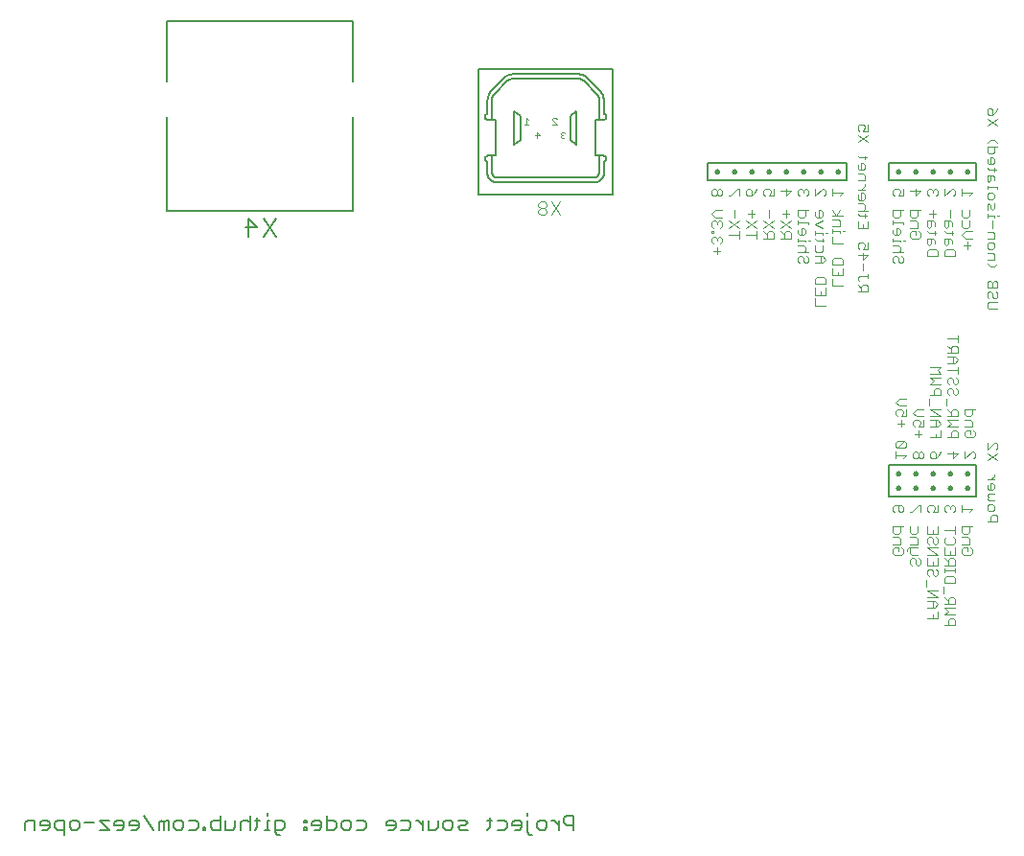
<source format=gbo>
G75*
G70*
%OFA0B0*%
%FSLAX24Y24*%
%IPPOS*%
%LPD*%
%AMOC8*
5,1,8,0,0,1.08239X$1,22.5*
%
%ADD10C,0.0040*%
%ADD11C,0.0100*%
%ADD12C,0.0060*%
%ADD13C,0.0080*%
%ADD14C,0.0020*%
D10*
X061908Y014598D02*
X061908Y014718D01*
X061968Y014778D01*
X062088Y014778D01*
X062088Y014658D01*
X062208Y014778D02*
X062268Y014718D01*
X062268Y014598D01*
X062208Y014538D01*
X061968Y014538D01*
X061908Y014598D01*
X061908Y014906D02*
X062148Y014906D01*
X062148Y015086D01*
X062088Y015146D01*
X061908Y015146D01*
X061968Y015275D02*
X062088Y015275D01*
X062148Y015335D01*
X062148Y015515D01*
X062268Y015515D02*
X061908Y015515D01*
X061908Y015335D01*
X061968Y015275D01*
X062508Y015335D02*
X062508Y015515D01*
X062508Y015335D02*
X062568Y015275D01*
X062688Y015275D01*
X062748Y015335D01*
X062748Y015515D01*
X063108Y015515D02*
X063108Y015275D01*
X063468Y015275D01*
X063468Y015515D01*
X063288Y015395D02*
X063288Y015275D01*
X063228Y015146D02*
X063168Y015146D01*
X063108Y015086D01*
X063108Y014966D01*
X063168Y014906D01*
X063288Y014966D02*
X063288Y015086D01*
X063228Y015146D01*
X063408Y015146D02*
X063468Y015086D01*
X063468Y014966D01*
X063408Y014906D01*
X063348Y014906D01*
X063288Y014966D01*
X063108Y014778D02*
X063468Y014778D01*
X063708Y014778D02*
X063708Y014538D01*
X064068Y014538D01*
X064068Y014778D01*
X064008Y014906D02*
X063768Y014906D01*
X063708Y014966D01*
X063708Y015086D01*
X063768Y015146D01*
X064008Y015146D02*
X064068Y015086D01*
X064068Y014966D01*
X064008Y014906D01*
X063888Y014658D02*
X063888Y014538D01*
X063888Y014410D02*
X063828Y014350D01*
X063828Y014170D01*
X063828Y014290D02*
X063708Y014410D01*
X063888Y014410D02*
X064008Y014410D01*
X064068Y014350D01*
X064068Y014170D01*
X063708Y014170D01*
X063708Y014044D02*
X063708Y013924D01*
X063708Y013984D02*
X064068Y013984D01*
X064068Y013924D02*
X064068Y014044D01*
X064008Y013796D02*
X064068Y013736D01*
X064068Y013556D01*
X063708Y013556D01*
X063708Y013736D01*
X063768Y013796D01*
X064008Y013796D01*
X063648Y013428D02*
X063648Y013187D01*
X063708Y013059D02*
X063828Y012939D01*
X063828Y012999D02*
X063828Y012819D01*
X063708Y012819D02*
X064068Y012819D01*
X064068Y012999D01*
X064008Y013059D01*
X063888Y013059D01*
X063828Y012999D01*
X063708Y012691D02*
X064068Y012691D01*
X064068Y012451D02*
X063708Y012451D01*
X063828Y012571D01*
X063708Y012691D01*
X063468Y012568D02*
X063468Y012328D01*
X063108Y012328D01*
X063288Y012328D02*
X063288Y012448D01*
X063288Y012696D02*
X063288Y012937D01*
X063348Y012937D02*
X063108Y012937D01*
X063108Y013065D02*
X063468Y013065D01*
X063108Y013305D01*
X063468Y013305D01*
X063348Y012937D02*
X063468Y012816D01*
X063348Y012696D01*
X063108Y012696D01*
X063828Y012263D02*
X063828Y012082D01*
X063708Y012082D02*
X064068Y012082D01*
X064068Y012263D01*
X064008Y012323D01*
X063888Y012323D01*
X063828Y012263D01*
X063048Y013433D02*
X063048Y013673D01*
X063168Y013801D02*
X063108Y013861D01*
X063108Y013981D01*
X063168Y014041D01*
X063228Y014041D01*
X063288Y013981D01*
X063288Y013861D01*
X063348Y013801D01*
X063408Y013801D01*
X063468Y013861D01*
X063468Y013981D01*
X063408Y014041D01*
X063468Y014170D02*
X063108Y014170D01*
X063108Y014410D01*
X063108Y014538D02*
X063468Y014538D01*
X063108Y014778D01*
X062748Y014778D02*
X062448Y014778D01*
X062388Y014718D01*
X062388Y014658D01*
X062508Y014598D02*
X062508Y014778D01*
X062508Y014906D02*
X062748Y014906D01*
X062748Y015086D01*
X062688Y015146D01*
X062508Y015146D01*
X062508Y014598D02*
X062568Y014538D01*
X062748Y014538D01*
X062808Y014410D02*
X062868Y014350D01*
X062868Y014230D01*
X062808Y014170D01*
X062748Y014170D01*
X062688Y014230D01*
X062688Y014350D01*
X062628Y014410D01*
X062568Y014410D01*
X062508Y014350D01*
X062508Y014230D01*
X062568Y014170D01*
X063288Y014170D02*
X063288Y014290D01*
X063468Y014410D02*
X063468Y014170D01*
X064308Y014598D02*
X064308Y014718D01*
X064368Y014778D01*
X064488Y014778D01*
X064488Y014658D01*
X064608Y014778D02*
X064668Y014718D01*
X064668Y014598D01*
X064608Y014538D01*
X064368Y014538D01*
X064308Y014598D01*
X064308Y014906D02*
X064548Y014906D01*
X064548Y015086D01*
X064488Y015146D01*
X064308Y015146D01*
X064368Y015275D02*
X064488Y015275D01*
X064548Y015335D01*
X064548Y015515D01*
X064668Y015515D02*
X064308Y015515D01*
X064308Y015335D01*
X064368Y015275D01*
X064068Y015275D02*
X064068Y015515D01*
X064068Y015395D02*
X063708Y015395D01*
X065183Y015679D02*
X065543Y015679D01*
X065543Y015860D01*
X065483Y015920D01*
X065363Y015920D01*
X065303Y015860D01*
X065303Y015679D01*
X065363Y016048D02*
X065243Y016048D01*
X065183Y016108D01*
X065183Y016228D01*
X065243Y016288D01*
X065363Y016288D01*
X065423Y016228D01*
X065423Y016108D01*
X065363Y016048D01*
X065423Y016416D02*
X065243Y016416D01*
X065183Y016476D01*
X065243Y016536D01*
X065183Y016596D01*
X065243Y016656D01*
X065423Y016656D01*
X065363Y016784D02*
X065423Y016844D01*
X065423Y016965D01*
X065363Y017025D01*
X065303Y017025D01*
X065303Y016784D01*
X065243Y016784D02*
X065363Y016784D01*
X065243Y016784D02*
X065183Y016844D01*
X065183Y016965D01*
X065183Y017153D02*
X065423Y017153D01*
X065423Y017273D02*
X065423Y017333D01*
X065423Y017273D02*
X065303Y017153D01*
X065183Y017828D02*
X065543Y018068D01*
X065483Y018196D02*
X065543Y018256D01*
X065543Y018376D01*
X065483Y018436D01*
X065423Y018436D01*
X065183Y018196D01*
X065183Y018436D01*
X065183Y018068D02*
X065543Y017828D01*
X064768Y017939D02*
X064708Y017879D01*
X064768Y017939D02*
X064768Y018060D01*
X064708Y018120D01*
X064648Y018120D01*
X064408Y017879D01*
X064408Y018120D01*
X064168Y018060D02*
X063988Y017879D01*
X063988Y018120D01*
X063808Y018060D02*
X064168Y018060D01*
X064168Y018616D02*
X063808Y018616D01*
X063928Y018616D02*
X063928Y018796D01*
X063988Y018856D01*
X064108Y018856D01*
X064168Y018796D01*
X064168Y018616D01*
X064408Y018676D02*
X064408Y018796D01*
X064468Y018856D01*
X064588Y018856D01*
X064588Y018736D01*
X064708Y018616D02*
X064468Y018616D01*
X064408Y018676D01*
X064708Y018616D02*
X064768Y018676D01*
X064768Y018796D01*
X064708Y018856D01*
X064648Y018984D02*
X064648Y019165D01*
X064588Y019225D01*
X064408Y019225D01*
X064468Y019353D02*
X064588Y019353D01*
X064648Y019413D01*
X064648Y019593D01*
X064768Y019593D02*
X064408Y019593D01*
X064408Y019413D01*
X064468Y019353D01*
X064168Y019353D02*
X064168Y019533D01*
X064108Y019593D01*
X063988Y019593D01*
X063928Y019533D01*
X063928Y019353D01*
X063928Y019473D02*
X063808Y019593D01*
X063748Y019721D02*
X063748Y019961D01*
X063868Y020089D02*
X063808Y020149D01*
X063808Y020269D01*
X063868Y020330D01*
X063928Y020330D01*
X063988Y020269D01*
X063988Y020149D01*
X064048Y020089D01*
X064108Y020089D01*
X064168Y020149D01*
X064168Y020269D01*
X064108Y020330D01*
X064108Y020458D02*
X064048Y020458D01*
X063988Y020518D01*
X063988Y020638D01*
X063928Y020698D01*
X063868Y020698D01*
X063808Y020638D01*
X063808Y020518D01*
X063868Y020458D01*
X064108Y020458D02*
X064168Y020518D01*
X064168Y020638D01*
X064108Y020698D01*
X064168Y020826D02*
X064168Y021066D01*
X064168Y020946D02*
X063808Y020946D01*
X063808Y021194D02*
X064048Y021194D01*
X064168Y021314D01*
X064048Y021434D01*
X063808Y021434D01*
X063808Y021563D02*
X064168Y021563D01*
X064168Y021743D01*
X064108Y021803D01*
X063988Y021803D01*
X063928Y021743D01*
X063928Y021563D01*
X063928Y021683D02*
X063808Y021803D01*
X063808Y022051D02*
X064168Y022051D01*
X064168Y021931D02*
X064168Y022171D01*
X063988Y021434D02*
X063988Y021194D01*
X063568Y021066D02*
X063208Y021066D01*
X063208Y020826D02*
X063568Y020826D01*
X063448Y020946D01*
X063568Y021066D01*
X063568Y020698D02*
X063208Y020698D01*
X063328Y020578D01*
X063208Y020458D01*
X063568Y020458D01*
X063508Y020330D02*
X063388Y020330D01*
X063328Y020269D01*
X063328Y020089D01*
X063208Y020089D02*
X063568Y020089D01*
X063568Y020269D01*
X063508Y020330D01*
X063148Y019961D02*
X063148Y019721D01*
X063208Y019593D02*
X063568Y019593D01*
X063568Y019353D02*
X063208Y019593D01*
X062968Y019593D02*
X062728Y019593D01*
X062608Y019473D01*
X062728Y019353D01*
X062968Y019353D01*
X062968Y019225D02*
X062968Y018984D01*
X062788Y018984D01*
X062848Y019104D01*
X062848Y019165D01*
X062788Y019225D01*
X062668Y019225D01*
X062608Y019165D01*
X062608Y019044D01*
X062668Y018984D01*
X062788Y018856D02*
X062788Y018616D01*
X062908Y018736D02*
X062668Y018736D01*
X062368Y018428D02*
X062308Y018488D01*
X062068Y018248D01*
X062008Y018308D01*
X062008Y018428D01*
X062068Y018488D01*
X062308Y018488D01*
X062368Y018428D02*
X062368Y018308D01*
X062308Y018248D01*
X062068Y018248D01*
X062008Y018120D02*
X062008Y017879D01*
X062008Y018000D02*
X062368Y018000D01*
X062248Y017879D01*
X062608Y017939D02*
X062668Y017879D01*
X062728Y017879D01*
X062788Y017939D01*
X062788Y018060D01*
X062728Y018120D01*
X062668Y018120D01*
X062608Y018060D01*
X062608Y017939D01*
X062788Y017939D02*
X062848Y017879D01*
X062908Y017879D01*
X062968Y017939D01*
X062968Y018060D01*
X062908Y018120D01*
X062848Y018120D01*
X062788Y018060D01*
X063208Y018060D02*
X063268Y018120D01*
X063328Y018120D01*
X063388Y018060D01*
X063388Y017879D01*
X063268Y017879D01*
X063208Y017939D01*
X063208Y018060D01*
X063388Y017879D02*
X063508Y018000D01*
X063568Y018120D01*
X063568Y018616D02*
X063568Y018856D01*
X063448Y018984D02*
X063568Y019104D01*
X063448Y019225D01*
X063208Y019225D01*
X063208Y019353D02*
X063568Y019353D01*
X063388Y019225D02*
X063388Y018984D01*
X063448Y018984D02*
X063208Y018984D01*
X063388Y018736D02*
X063388Y018616D01*
X063208Y018616D02*
X063568Y018616D01*
X063808Y018984D02*
X063928Y019104D01*
X063808Y019225D01*
X064168Y019225D01*
X064168Y019353D02*
X063808Y019353D01*
X063808Y018984D02*
X064168Y018984D01*
X064408Y018984D02*
X064648Y018984D01*
X062368Y019353D02*
X062368Y019593D01*
X062368Y019721D02*
X062128Y019721D01*
X062008Y019841D01*
X062128Y019961D01*
X062368Y019961D01*
X062188Y019593D02*
X062068Y019593D01*
X062008Y019533D01*
X062008Y019413D01*
X062068Y019353D01*
X062188Y019353D02*
X062248Y019473D01*
X062248Y019533D01*
X062188Y019593D01*
X062188Y019353D02*
X062368Y019353D01*
X062188Y019225D02*
X062188Y018984D01*
X062308Y019104D02*
X062068Y019104D01*
X062088Y016251D02*
X062088Y016071D01*
X062148Y016011D01*
X062208Y016011D01*
X062268Y016071D01*
X062268Y016191D01*
X062208Y016251D01*
X061968Y016251D01*
X061908Y016191D01*
X061908Y016071D01*
X061968Y016011D01*
X062508Y016011D02*
X062568Y016011D01*
X062808Y016251D01*
X062868Y016251D01*
X062868Y016011D01*
X063108Y016071D02*
X063168Y016011D01*
X063108Y016071D02*
X063108Y016191D01*
X063168Y016251D01*
X063288Y016251D01*
X063348Y016191D01*
X063348Y016131D01*
X063288Y016011D01*
X063468Y016011D01*
X063468Y016251D01*
X063708Y016191D02*
X063708Y016071D01*
X063768Y016011D01*
X063888Y016131D02*
X063888Y016191D01*
X063828Y016251D01*
X063768Y016251D01*
X063708Y016191D01*
X063888Y016191D02*
X063948Y016251D01*
X064008Y016251D01*
X064068Y016191D01*
X064068Y016071D01*
X064008Y016011D01*
X064308Y016011D02*
X064308Y016251D01*
X064308Y016131D02*
X064668Y016131D01*
X064548Y016011D01*
X065243Y023079D02*
X065183Y023139D01*
X065183Y023260D01*
X065243Y023320D01*
X065543Y023320D01*
X065483Y023448D02*
X065423Y023448D01*
X065363Y023508D01*
X065363Y023628D01*
X065303Y023688D01*
X065243Y023688D01*
X065183Y023628D01*
X065183Y023508D01*
X065243Y023448D01*
X065483Y023448D02*
X065543Y023508D01*
X065543Y023628D01*
X065483Y023688D01*
X065543Y023816D02*
X065183Y023816D01*
X065183Y023996D01*
X065243Y024056D01*
X065303Y024056D01*
X065363Y023996D01*
X065363Y023816D01*
X065543Y023816D02*
X065543Y023996D01*
X065483Y024056D01*
X065423Y024056D01*
X065363Y023996D01*
X065423Y024553D02*
X065543Y024673D01*
X065423Y024553D02*
X065303Y024553D01*
X065183Y024673D01*
X065183Y024798D02*
X065423Y024798D01*
X065423Y024978D01*
X065363Y025038D01*
X065183Y025038D01*
X065243Y025167D02*
X065183Y025227D01*
X065183Y025347D01*
X065243Y025407D01*
X065363Y025407D01*
X065423Y025347D01*
X065423Y025227D01*
X065363Y025167D01*
X065243Y025167D01*
X065183Y025535D02*
X065423Y025535D01*
X065423Y025715D01*
X065363Y025775D01*
X065183Y025775D01*
X065363Y025903D02*
X065363Y026143D01*
X065423Y026272D02*
X065423Y026332D01*
X065183Y026332D01*
X065183Y026272D02*
X065183Y026392D01*
X065183Y026517D02*
X065183Y026697D01*
X065243Y026757D01*
X065303Y026697D01*
X065303Y026577D01*
X065363Y026517D01*
X065423Y026577D01*
X065423Y026757D01*
X065363Y026885D02*
X065243Y026885D01*
X065183Y026945D01*
X065183Y027066D01*
X065243Y027126D01*
X065363Y027126D01*
X065423Y027066D01*
X065423Y026945D01*
X065363Y026885D01*
X065543Y027254D02*
X065543Y027314D01*
X065183Y027314D01*
X065183Y027254D02*
X065183Y027374D01*
X065243Y027499D02*
X065183Y027559D01*
X065183Y027739D01*
X065363Y027739D01*
X065423Y027679D01*
X065423Y027559D01*
X065303Y027559D02*
X065303Y027739D01*
X065423Y027868D02*
X065423Y027988D01*
X065483Y027928D02*
X065243Y027928D01*
X065183Y027988D01*
X065243Y028113D02*
X065183Y028173D01*
X065183Y028293D01*
X065303Y028353D02*
X065303Y028113D01*
X065363Y028113D02*
X065423Y028173D01*
X065423Y028293D01*
X065363Y028353D01*
X065303Y028353D01*
X065363Y028481D02*
X065423Y028541D01*
X065423Y028722D01*
X065543Y028722D02*
X065183Y028722D01*
X065183Y028541D01*
X065243Y028481D01*
X065363Y028481D01*
X065363Y028113D02*
X065243Y028113D01*
X065303Y027559D02*
X065243Y027499D01*
X064668Y027131D02*
X064308Y027131D01*
X064308Y027011D02*
X064308Y027251D01*
X064068Y027191D02*
X064068Y027071D01*
X064008Y027011D01*
X064068Y027191D02*
X064008Y027251D01*
X063948Y027251D01*
X063708Y027011D01*
X063708Y027251D01*
X063468Y027191D02*
X063408Y027251D01*
X063348Y027251D01*
X063288Y027191D01*
X063228Y027251D01*
X063168Y027251D01*
X063108Y027191D01*
X063108Y027071D01*
X063168Y027011D01*
X063288Y027131D02*
X063288Y027191D01*
X063468Y027191D02*
X063468Y027071D01*
X063408Y027011D01*
X063288Y026515D02*
X063288Y026275D01*
X063288Y026146D02*
X063108Y026146D01*
X063108Y025966D01*
X063168Y025906D01*
X063228Y025966D01*
X063228Y026146D01*
X063288Y026146D02*
X063348Y026086D01*
X063348Y025966D01*
X063348Y025781D02*
X063348Y025661D01*
X063408Y025721D02*
X063168Y025721D01*
X063108Y025781D01*
X062868Y025718D02*
X062868Y025598D01*
X062808Y025538D01*
X062568Y025538D01*
X062508Y025598D01*
X062508Y025718D01*
X062568Y025778D01*
X062688Y025778D01*
X062688Y025658D01*
X062808Y025778D02*
X062868Y025718D01*
X062748Y025906D02*
X062748Y026086D01*
X062688Y026146D01*
X062508Y026146D01*
X062568Y026275D02*
X062688Y026275D01*
X062748Y026335D01*
X062748Y026515D01*
X062868Y026515D02*
X062508Y026515D01*
X062508Y026335D01*
X062568Y026275D01*
X062268Y026089D02*
X061908Y026089D01*
X061908Y026029D02*
X061908Y026149D01*
X061968Y026275D02*
X062088Y026275D01*
X062148Y026335D01*
X062148Y026515D01*
X062268Y026515D02*
X061908Y026515D01*
X061908Y026335D01*
X061968Y026275D01*
X062268Y026089D02*
X062268Y026029D01*
X062088Y025901D02*
X062028Y025901D01*
X062028Y025661D01*
X062088Y025661D02*
X062148Y025721D01*
X062148Y025841D01*
X062088Y025901D01*
X061908Y025841D02*
X061908Y025721D01*
X061968Y025661D01*
X062088Y025661D01*
X062148Y025475D02*
X061908Y025475D01*
X061908Y025415D02*
X061908Y025535D01*
X062148Y025475D02*
X062148Y025415D01*
X062268Y025475D02*
X062328Y025475D01*
X062088Y025287D02*
X061908Y025287D01*
X062088Y025287D02*
X062148Y025227D01*
X062148Y025107D01*
X062088Y025047D01*
X062028Y024919D02*
X061968Y024919D01*
X061908Y024859D01*
X061908Y024739D01*
X061968Y024678D01*
X062088Y024739D02*
X062088Y024859D01*
X062028Y024919D01*
X061908Y025047D02*
X062268Y025047D01*
X062208Y024919D02*
X062268Y024859D01*
X062268Y024739D01*
X062208Y024678D01*
X062148Y024678D01*
X062088Y024739D01*
X063108Y024924D02*
X063108Y025104D01*
X063168Y025164D01*
X063408Y025164D01*
X063468Y025104D01*
X063468Y024924D01*
X063108Y024924D01*
X063168Y025292D02*
X063228Y025352D01*
X063228Y025533D01*
X063288Y025533D02*
X063108Y025533D01*
X063108Y025352D01*
X063168Y025292D01*
X063348Y025352D02*
X063348Y025472D01*
X063288Y025533D01*
X063708Y025533D02*
X063708Y025352D01*
X063768Y025292D01*
X063828Y025352D01*
X063828Y025533D01*
X063888Y025533D02*
X063708Y025533D01*
X063888Y025533D02*
X063948Y025472D01*
X063948Y025352D01*
X064008Y025164D02*
X064068Y025104D01*
X064068Y024924D01*
X063708Y024924D01*
X063708Y025104D01*
X063768Y025164D01*
X064008Y025164D01*
X064368Y025290D02*
X064608Y025290D01*
X064488Y025170D02*
X064488Y025410D01*
X064428Y025538D02*
X064308Y025658D01*
X064428Y025778D01*
X064668Y025778D01*
X064488Y025906D02*
X064368Y025906D01*
X064308Y025966D01*
X064308Y026146D01*
X064368Y026275D02*
X064308Y026335D01*
X064308Y026515D01*
X064548Y026515D02*
X064548Y026335D01*
X064488Y026275D01*
X064368Y026275D01*
X064548Y026146D02*
X064548Y025966D01*
X064488Y025906D01*
X064428Y025538D02*
X064668Y025538D01*
X064008Y025721D02*
X063768Y025721D01*
X063708Y025781D01*
X063768Y025906D02*
X063828Y025966D01*
X063828Y026146D01*
X063888Y026146D02*
X063708Y026146D01*
X063708Y025966D01*
X063768Y025906D01*
X063948Y025966D02*
X063948Y026086D01*
X063888Y026146D01*
X063888Y026275D02*
X063888Y026515D01*
X063408Y026395D02*
X063168Y026395D01*
X062748Y025906D02*
X062508Y025906D01*
X063948Y025781D02*
X063948Y025661D01*
X065543Y026332D02*
X065603Y026332D01*
X064668Y027131D02*
X064548Y027011D01*
X062868Y027191D02*
X062688Y027011D01*
X062688Y027251D01*
X062508Y027191D02*
X062868Y027191D01*
X062268Y027251D02*
X062268Y027011D01*
X062088Y027011D01*
X062148Y027131D01*
X062148Y027191D01*
X062088Y027251D01*
X061968Y027251D01*
X061908Y027191D01*
X061908Y027071D01*
X061968Y027011D01*
X060923Y027052D02*
X060863Y027112D01*
X060803Y027112D01*
X060803Y026872D01*
X060863Y026872D02*
X060923Y026932D01*
X060923Y027052D01*
X060923Y027240D02*
X060683Y027240D01*
X060803Y027240D02*
X060923Y027360D01*
X060923Y027420D01*
X060923Y027547D02*
X060923Y027727D01*
X060863Y027787D01*
X060683Y027787D01*
X060743Y027915D02*
X060863Y027915D01*
X060923Y027975D01*
X060923Y028095D01*
X060863Y028155D01*
X060803Y028155D01*
X060803Y027915D01*
X060743Y027915D02*
X060683Y027975D01*
X060683Y028095D01*
X060743Y028343D02*
X060683Y028403D01*
X060743Y028343D02*
X060983Y028343D01*
X060923Y028283D02*
X060923Y028403D01*
X061043Y028897D02*
X060683Y029137D01*
X060743Y029266D02*
X060683Y029326D01*
X060683Y029446D01*
X060743Y029506D01*
X060863Y029506D01*
X060923Y029446D01*
X060923Y029386D01*
X060863Y029266D01*
X061043Y029266D01*
X061043Y029506D01*
X061043Y029137D02*
X060683Y028897D01*
X065183Y028850D02*
X065303Y028970D01*
X065423Y028970D01*
X065543Y028850D01*
X065543Y029464D02*
X065183Y029704D01*
X065243Y029832D02*
X065183Y029892D01*
X065183Y030012D01*
X065243Y030072D01*
X065303Y030072D01*
X065363Y030012D01*
X065363Y029832D01*
X065243Y029832D01*
X065363Y029832D02*
X065483Y029952D01*
X065543Y030072D01*
X065543Y029704D02*
X065183Y029464D01*
X060923Y027547D02*
X060683Y027547D01*
X060683Y027052D02*
X060683Y026932D01*
X060743Y026872D01*
X060863Y026872D01*
X060863Y026743D02*
X060683Y026743D01*
X060863Y026743D02*
X060923Y026683D01*
X060923Y026563D01*
X060863Y026503D01*
X060923Y026378D02*
X060923Y026258D01*
X060983Y026318D02*
X060743Y026318D01*
X060683Y026378D01*
X060683Y026503D02*
X061043Y026503D01*
X061043Y026130D02*
X061043Y025889D01*
X060683Y025889D01*
X060683Y026130D01*
X060863Y026009D02*
X060863Y025889D01*
X060863Y025393D02*
X060743Y025393D01*
X060683Y025333D01*
X060683Y025213D01*
X060743Y025153D01*
X060863Y025153D02*
X060923Y025273D01*
X060923Y025333D01*
X060863Y025393D01*
X061043Y025393D02*
X061043Y025153D01*
X060863Y025153D01*
X060863Y025025D02*
X060863Y024784D01*
X061043Y024965D01*
X060683Y024965D01*
X060863Y024656D02*
X060863Y024416D01*
X061043Y024288D02*
X061043Y024168D01*
X061043Y024228D02*
X060743Y024228D01*
X060683Y024168D01*
X060683Y024108D01*
X060743Y024048D01*
X060683Y023920D02*
X060803Y023800D01*
X060803Y023860D02*
X060803Y023679D01*
X060683Y023679D02*
X061043Y023679D01*
X061043Y023860D01*
X060983Y023920D01*
X060863Y023920D01*
X060803Y023860D01*
X060168Y023880D02*
X059808Y023880D01*
X059808Y024121D01*
X059808Y024249D02*
X059808Y024489D01*
X059808Y024617D02*
X059808Y024797D01*
X059868Y024857D01*
X060108Y024857D01*
X060168Y024797D01*
X060168Y024617D01*
X059808Y024617D01*
X059568Y024799D02*
X059448Y024919D01*
X059208Y024919D01*
X059268Y025047D02*
X059208Y025107D01*
X059208Y025287D01*
X059268Y025475D02*
X059208Y025535D01*
X059268Y025475D02*
X059508Y025475D01*
X059448Y025415D02*
X059448Y025535D01*
X059448Y025661D02*
X059448Y025721D01*
X059208Y025721D01*
X059208Y025661D02*
X059208Y025781D01*
X059208Y026026D02*
X059448Y026146D01*
X059388Y026275D02*
X059448Y026335D01*
X059448Y026455D01*
X059388Y026515D01*
X059328Y026515D01*
X059328Y026275D01*
X059268Y026275D02*
X059388Y026275D01*
X059268Y026275D02*
X059208Y026335D01*
X059208Y026455D01*
X058968Y026515D02*
X058608Y026515D01*
X058608Y026335D01*
X058668Y026275D01*
X058788Y026275D01*
X058848Y026335D01*
X058848Y026515D01*
X058608Y026149D02*
X058608Y026029D01*
X058608Y026089D02*
X058968Y026089D01*
X058968Y026029D01*
X058788Y025901D02*
X058728Y025901D01*
X058728Y025661D01*
X058788Y025661D02*
X058848Y025721D01*
X058848Y025841D01*
X058788Y025901D01*
X058608Y025841D02*
X058608Y025721D01*
X058668Y025661D01*
X058788Y025661D01*
X058848Y025475D02*
X058608Y025475D01*
X058608Y025415D02*
X058608Y025535D01*
X058368Y025538D02*
X058368Y025718D01*
X058308Y025778D01*
X058188Y025778D01*
X058128Y025718D01*
X058128Y025538D01*
X058128Y025658D02*
X058008Y025778D01*
X058008Y025906D02*
X058368Y026146D01*
X058188Y026275D02*
X058188Y026515D01*
X058308Y026395D02*
X058068Y026395D01*
X058008Y026146D02*
X058368Y025906D01*
X058368Y025538D02*
X058008Y025538D01*
X057768Y025538D02*
X057768Y025718D01*
X057708Y025778D01*
X057588Y025778D01*
X057528Y025718D01*
X057528Y025538D01*
X057528Y025658D02*
X057408Y025778D01*
X057408Y025906D02*
X057768Y026146D01*
X057588Y026275D02*
X057588Y026515D01*
X057408Y026146D02*
X057768Y025906D01*
X057768Y025538D02*
X057408Y025538D01*
X057168Y025538D02*
X057168Y025778D01*
X057168Y025658D02*
X056808Y025658D01*
X056568Y025658D02*
X056208Y025658D01*
X056208Y025906D02*
X056568Y026146D01*
X056388Y026275D02*
X056388Y026515D01*
X056208Y026146D02*
X056568Y025906D01*
X056568Y025778D02*
X056568Y025538D01*
X056808Y025906D02*
X057168Y026146D01*
X056988Y026275D02*
X056988Y026515D01*
X057108Y026395D02*
X056868Y026395D01*
X056808Y026146D02*
X057168Y025906D01*
X055968Y025966D02*
X055968Y026086D01*
X055908Y026146D01*
X055848Y026146D01*
X055788Y026086D01*
X055728Y026146D01*
X055668Y026146D01*
X055608Y026086D01*
X055608Y025966D01*
X055668Y025906D01*
X055668Y025782D02*
X055608Y025782D01*
X055608Y025722D01*
X055668Y025722D01*
X055668Y025782D01*
X055668Y025594D02*
X055608Y025534D01*
X055608Y025414D01*
X055668Y025354D01*
X055788Y025474D02*
X055788Y025534D01*
X055728Y025594D01*
X055668Y025594D01*
X055788Y025534D02*
X055848Y025594D01*
X055908Y025594D01*
X055968Y025534D01*
X055968Y025414D01*
X055908Y025354D01*
X055788Y025226D02*
X055788Y024985D01*
X055908Y025106D02*
X055668Y025106D01*
X055908Y025906D02*
X055968Y025966D01*
X055788Y026026D02*
X055788Y026086D01*
X055728Y026275D02*
X055608Y026395D01*
X055728Y026515D01*
X055968Y026515D01*
X055968Y026275D02*
X055728Y026275D01*
X055728Y027011D02*
X055788Y027071D01*
X055788Y027191D01*
X055728Y027251D01*
X055668Y027251D01*
X055608Y027191D01*
X055608Y027071D01*
X055668Y027011D01*
X055728Y027011D01*
X055788Y027071D02*
X055848Y027011D01*
X055908Y027011D01*
X055968Y027071D01*
X055968Y027191D01*
X055908Y027251D01*
X055848Y027251D01*
X055788Y027191D01*
X056208Y027011D02*
X056268Y027011D01*
X056508Y027251D01*
X056568Y027251D01*
X056568Y027011D01*
X056808Y027071D02*
X056808Y027191D01*
X056868Y027251D01*
X056928Y027251D01*
X056988Y027191D01*
X056988Y027011D01*
X056868Y027011D01*
X056808Y027071D01*
X056988Y027011D02*
X057108Y027131D01*
X057168Y027251D01*
X057408Y027191D02*
X057408Y027071D01*
X057468Y027011D01*
X057588Y027011D02*
X057648Y027131D01*
X057648Y027191D01*
X057588Y027251D01*
X057468Y027251D01*
X057408Y027191D01*
X057588Y027011D02*
X057768Y027011D01*
X057768Y027251D01*
X058008Y027191D02*
X058368Y027191D01*
X058188Y027011D01*
X058188Y027251D01*
X058608Y027191D02*
X058608Y027071D01*
X058668Y027011D01*
X058788Y027131D02*
X058788Y027191D01*
X058728Y027251D01*
X058668Y027251D01*
X058608Y027191D01*
X058788Y027191D02*
X058848Y027251D01*
X058908Y027251D01*
X058968Y027191D01*
X058968Y027071D01*
X058908Y027011D01*
X059208Y027011D02*
X059448Y027251D01*
X059508Y027251D01*
X059568Y027191D01*
X059568Y027071D01*
X059508Y027011D01*
X059808Y027011D02*
X059808Y027251D01*
X059808Y027131D02*
X060168Y027131D01*
X060048Y027011D01*
X060048Y026516D02*
X059928Y026336D01*
X059808Y026516D01*
X059808Y026336D02*
X060168Y026336D01*
X059988Y026208D02*
X059808Y026208D01*
X059988Y026208D02*
X060048Y026148D01*
X060048Y025968D01*
X059808Y025968D01*
X059808Y025842D02*
X059808Y025722D01*
X059808Y025782D02*
X060048Y025782D01*
X060048Y025722D01*
X060168Y025782D02*
X060228Y025782D01*
X060168Y025354D02*
X059808Y025354D01*
X059808Y025594D01*
X059628Y025721D02*
X059568Y025721D01*
X059448Y025906D02*
X059208Y026026D01*
X059028Y025475D02*
X058968Y025475D01*
X058848Y025475D02*
X058848Y025415D01*
X058788Y025287D02*
X058608Y025287D01*
X058788Y025287D02*
X058848Y025227D01*
X058848Y025107D01*
X058788Y025047D01*
X058728Y024919D02*
X058668Y024919D01*
X058608Y024859D01*
X058608Y024739D01*
X058668Y024678D01*
X058788Y024739D02*
X058788Y024859D01*
X058728Y024919D01*
X058608Y025047D02*
X058968Y025047D01*
X058908Y024919D02*
X058968Y024859D01*
X058968Y024739D01*
X058908Y024678D01*
X058848Y024678D01*
X058788Y024739D01*
X059208Y024678D02*
X059448Y024678D01*
X059568Y024799D01*
X059388Y024678D02*
X059388Y024919D01*
X059388Y025047D02*
X059268Y025047D01*
X059388Y025047D02*
X059448Y025107D01*
X059448Y025287D01*
X059988Y024369D02*
X059988Y024249D01*
X060168Y024249D02*
X059808Y024249D01*
X059568Y024122D02*
X059508Y024182D01*
X059268Y024182D01*
X059208Y024122D01*
X059208Y023942D01*
X059568Y023942D01*
X059568Y024122D01*
X059568Y023814D02*
X059568Y023574D01*
X059208Y023574D01*
X059208Y023814D01*
X059388Y023694D02*
X059388Y023574D01*
X059208Y023445D02*
X059208Y023205D01*
X059568Y023205D01*
X060168Y024249D02*
X060168Y024489D01*
X065243Y023079D02*
X065543Y023079D01*
X059208Y027011D02*
X059208Y027251D01*
X050336Y026811D02*
X050029Y026351D01*
X049875Y026427D02*
X049875Y026504D01*
X049799Y026581D01*
X049645Y026581D01*
X049568Y026504D01*
X049568Y026427D01*
X049645Y026351D01*
X049799Y026351D01*
X049875Y026427D01*
X049799Y026581D02*
X049875Y026657D01*
X049875Y026734D01*
X049799Y026811D01*
X049645Y026811D01*
X049568Y026734D01*
X049568Y026657D01*
X049645Y026581D01*
X050029Y026811D02*
X050336Y026351D01*
D11*
X055738Y027859D02*
X055740Y027872D01*
X055745Y027885D01*
X055754Y027896D01*
X055765Y027903D01*
X055778Y027908D01*
X055791Y027909D01*
X055805Y027906D01*
X055817Y027900D01*
X055827Y027891D01*
X055834Y027879D01*
X055838Y027866D01*
X055838Y027852D01*
X055834Y027839D01*
X055827Y027827D01*
X055817Y027818D01*
X055805Y027812D01*
X055791Y027809D01*
X055778Y027810D01*
X055765Y027815D01*
X055754Y027822D01*
X055745Y027833D01*
X055740Y027846D01*
X055738Y027859D01*
X056338Y027859D02*
X056340Y027872D01*
X056345Y027885D01*
X056354Y027896D01*
X056365Y027903D01*
X056378Y027908D01*
X056391Y027909D01*
X056405Y027906D01*
X056417Y027900D01*
X056427Y027891D01*
X056434Y027879D01*
X056438Y027866D01*
X056438Y027852D01*
X056434Y027839D01*
X056427Y027827D01*
X056417Y027818D01*
X056405Y027812D01*
X056391Y027809D01*
X056378Y027810D01*
X056365Y027815D01*
X056354Y027822D01*
X056345Y027833D01*
X056340Y027846D01*
X056338Y027859D01*
X056938Y027859D02*
X056940Y027872D01*
X056945Y027885D01*
X056954Y027896D01*
X056965Y027903D01*
X056978Y027908D01*
X056991Y027909D01*
X057005Y027906D01*
X057017Y027900D01*
X057027Y027891D01*
X057034Y027879D01*
X057038Y027866D01*
X057038Y027852D01*
X057034Y027839D01*
X057027Y027827D01*
X057017Y027818D01*
X057005Y027812D01*
X056991Y027809D01*
X056978Y027810D01*
X056965Y027815D01*
X056954Y027822D01*
X056945Y027833D01*
X056940Y027846D01*
X056938Y027859D01*
X057538Y027859D02*
X057540Y027872D01*
X057545Y027885D01*
X057554Y027896D01*
X057565Y027903D01*
X057578Y027908D01*
X057591Y027909D01*
X057605Y027906D01*
X057617Y027900D01*
X057627Y027891D01*
X057634Y027879D01*
X057638Y027866D01*
X057638Y027852D01*
X057634Y027839D01*
X057627Y027827D01*
X057617Y027818D01*
X057605Y027812D01*
X057591Y027809D01*
X057578Y027810D01*
X057565Y027815D01*
X057554Y027822D01*
X057545Y027833D01*
X057540Y027846D01*
X057538Y027859D01*
X058138Y027859D02*
X058140Y027872D01*
X058145Y027885D01*
X058154Y027896D01*
X058165Y027903D01*
X058178Y027908D01*
X058191Y027909D01*
X058205Y027906D01*
X058217Y027900D01*
X058227Y027891D01*
X058234Y027879D01*
X058238Y027866D01*
X058238Y027852D01*
X058234Y027839D01*
X058227Y027827D01*
X058217Y027818D01*
X058205Y027812D01*
X058191Y027809D01*
X058178Y027810D01*
X058165Y027815D01*
X058154Y027822D01*
X058145Y027833D01*
X058140Y027846D01*
X058138Y027859D01*
X058738Y027859D02*
X058740Y027872D01*
X058745Y027885D01*
X058754Y027896D01*
X058765Y027903D01*
X058778Y027908D01*
X058791Y027909D01*
X058805Y027906D01*
X058817Y027900D01*
X058827Y027891D01*
X058834Y027879D01*
X058838Y027866D01*
X058838Y027852D01*
X058834Y027839D01*
X058827Y027827D01*
X058817Y027818D01*
X058805Y027812D01*
X058791Y027809D01*
X058778Y027810D01*
X058765Y027815D01*
X058754Y027822D01*
X058745Y027833D01*
X058740Y027846D01*
X058738Y027859D01*
X059338Y027859D02*
X059340Y027872D01*
X059345Y027885D01*
X059354Y027896D01*
X059365Y027903D01*
X059378Y027908D01*
X059391Y027909D01*
X059405Y027906D01*
X059417Y027900D01*
X059427Y027891D01*
X059434Y027879D01*
X059438Y027866D01*
X059438Y027852D01*
X059434Y027839D01*
X059427Y027827D01*
X059417Y027818D01*
X059405Y027812D01*
X059391Y027809D01*
X059378Y027810D01*
X059365Y027815D01*
X059354Y027822D01*
X059345Y027833D01*
X059340Y027846D01*
X059338Y027859D01*
X059938Y027859D02*
X059940Y027872D01*
X059945Y027885D01*
X059954Y027896D01*
X059965Y027903D01*
X059978Y027908D01*
X059991Y027909D01*
X060005Y027906D01*
X060017Y027900D01*
X060027Y027891D01*
X060034Y027879D01*
X060038Y027866D01*
X060038Y027852D01*
X060034Y027839D01*
X060027Y027827D01*
X060017Y027818D01*
X060005Y027812D01*
X059991Y027809D01*
X059978Y027810D01*
X059965Y027815D01*
X059954Y027822D01*
X059945Y027833D01*
X059940Y027846D01*
X059938Y027859D01*
X062038Y027859D02*
X062040Y027872D01*
X062045Y027885D01*
X062054Y027896D01*
X062065Y027903D01*
X062078Y027908D01*
X062091Y027909D01*
X062105Y027906D01*
X062117Y027900D01*
X062127Y027891D01*
X062134Y027879D01*
X062138Y027866D01*
X062138Y027852D01*
X062134Y027839D01*
X062127Y027827D01*
X062117Y027818D01*
X062105Y027812D01*
X062091Y027809D01*
X062078Y027810D01*
X062065Y027815D01*
X062054Y027822D01*
X062045Y027833D01*
X062040Y027846D01*
X062038Y027859D01*
X062638Y027859D02*
X062640Y027872D01*
X062645Y027885D01*
X062654Y027896D01*
X062665Y027903D01*
X062678Y027908D01*
X062691Y027909D01*
X062705Y027906D01*
X062717Y027900D01*
X062727Y027891D01*
X062734Y027879D01*
X062738Y027866D01*
X062738Y027852D01*
X062734Y027839D01*
X062727Y027827D01*
X062717Y027818D01*
X062705Y027812D01*
X062691Y027809D01*
X062678Y027810D01*
X062665Y027815D01*
X062654Y027822D01*
X062645Y027833D01*
X062640Y027846D01*
X062638Y027859D01*
X063238Y027859D02*
X063240Y027872D01*
X063245Y027885D01*
X063254Y027896D01*
X063265Y027903D01*
X063278Y027908D01*
X063291Y027909D01*
X063305Y027906D01*
X063317Y027900D01*
X063327Y027891D01*
X063334Y027879D01*
X063338Y027866D01*
X063338Y027852D01*
X063334Y027839D01*
X063327Y027827D01*
X063317Y027818D01*
X063305Y027812D01*
X063291Y027809D01*
X063278Y027810D01*
X063265Y027815D01*
X063254Y027822D01*
X063245Y027833D01*
X063240Y027846D01*
X063238Y027859D01*
X063838Y027859D02*
X063840Y027872D01*
X063845Y027885D01*
X063854Y027896D01*
X063865Y027903D01*
X063878Y027908D01*
X063891Y027909D01*
X063905Y027906D01*
X063917Y027900D01*
X063927Y027891D01*
X063934Y027879D01*
X063938Y027866D01*
X063938Y027852D01*
X063934Y027839D01*
X063927Y027827D01*
X063917Y027818D01*
X063905Y027812D01*
X063891Y027809D01*
X063878Y027810D01*
X063865Y027815D01*
X063854Y027822D01*
X063845Y027833D01*
X063840Y027846D01*
X063838Y027859D01*
X064438Y027859D02*
X064440Y027872D01*
X064445Y027885D01*
X064454Y027896D01*
X064465Y027903D01*
X064478Y027908D01*
X064491Y027909D01*
X064505Y027906D01*
X064517Y027900D01*
X064527Y027891D01*
X064534Y027879D01*
X064538Y027866D01*
X064538Y027852D01*
X064534Y027839D01*
X064527Y027827D01*
X064517Y027818D01*
X064505Y027812D01*
X064491Y027809D01*
X064478Y027810D01*
X064465Y027815D01*
X064454Y027822D01*
X064445Y027833D01*
X064440Y027846D01*
X064438Y027859D01*
X064438Y017359D02*
X064440Y017372D01*
X064445Y017385D01*
X064454Y017396D01*
X064465Y017403D01*
X064478Y017408D01*
X064491Y017409D01*
X064505Y017406D01*
X064517Y017400D01*
X064527Y017391D01*
X064534Y017379D01*
X064538Y017366D01*
X064538Y017352D01*
X064534Y017339D01*
X064527Y017327D01*
X064517Y017318D01*
X064505Y017312D01*
X064491Y017309D01*
X064478Y017310D01*
X064465Y017315D01*
X064454Y017322D01*
X064445Y017333D01*
X064440Y017346D01*
X064438Y017359D01*
X064438Y016859D02*
X064440Y016872D01*
X064445Y016885D01*
X064454Y016896D01*
X064465Y016903D01*
X064478Y016908D01*
X064491Y016909D01*
X064505Y016906D01*
X064517Y016900D01*
X064527Y016891D01*
X064534Y016879D01*
X064538Y016866D01*
X064538Y016852D01*
X064534Y016839D01*
X064527Y016827D01*
X064517Y016818D01*
X064505Y016812D01*
X064491Y016809D01*
X064478Y016810D01*
X064465Y016815D01*
X064454Y016822D01*
X064445Y016833D01*
X064440Y016846D01*
X064438Y016859D01*
X063838Y016859D02*
X063840Y016872D01*
X063845Y016885D01*
X063854Y016896D01*
X063865Y016903D01*
X063878Y016908D01*
X063891Y016909D01*
X063905Y016906D01*
X063917Y016900D01*
X063927Y016891D01*
X063934Y016879D01*
X063938Y016866D01*
X063938Y016852D01*
X063934Y016839D01*
X063927Y016827D01*
X063917Y016818D01*
X063905Y016812D01*
X063891Y016809D01*
X063878Y016810D01*
X063865Y016815D01*
X063854Y016822D01*
X063845Y016833D01*
X063840Y016846D01*
X063838Y016859D01*
X063838Y017359D02*
X063840Y017372D01*
X063845Y017385D01*
X063854Y017396D01*
X063865Y017403D01*
X063878Y017408D01*
X063891Y017409D01*
X063905Y017406D01*
X063917Y017400D01*
X063927Y017391D01*
X063934Y017379D01*
X063938Y017366D01*
X063938Y017352D01*
X063934Y017339D01*
X063927Y017327D01*
X063917Y017318D01*
X063905Y017312D01*
X063891Y017309D01*
X063878Y017310D01*
X063865Y017315D01*
X063854Y017322D01*
X063845Y017333D01*
X063840Y017346D01*
X063838Y017359D01*
X063238Y017359D02*
X063240Y017372D01*
X063245Y017385D01*
X063254Y017396D01*
X063265Y017403D01*
X063278Y017408D01*
X063291Y017409D01*
X063305Y017406D01*
X063317Y017400D01*
X063327Y017391D01*
X063334Y017379D01*
X063338Y017366D01*
X063338Y017352D01*
X063334Y017339D01*
X063327Y017327D01*
X063317Y017318D01*
X063305Y017312D01*
X063291Y017309D01*
X063278Y017310D01*
X063265Y017315D01*
X063254Y017322D01*
X063245Y017333D01*
X063240Y017346D01*
X063238Y017359D01*
X063238Y016859D02*
X063240Y016872D01*
X063245Y016885D01*
X063254Y016896D01*
X063265Y016903D01*
X063278Y016908D01*
X063291Y016909D01*
X063305Y016906D01*
X063317Y016900D01*
X063327Y016891D01*
X063334Y016879D01*
X063338Y016866D01*
X063338Y016852D01*
X063334Y016839D01*
X063327Y016827D01*
X063317Y016818D01*
X063305Y016812D01*
X063291Y016809D01*
X063278Y016810D01*
X063265Y016815D01*
X063254Y016822D01*
X063245Y016833D01*
X063240Y016846D01*
X063238Y016859D01*
X062638Y016859D02*
X062640Y016872D01*
X062645Y016885D01*
X062654Y016896D01*
X062665Y016903D01*
X062678Y016908D01*
X062691Y016909D01*
X062705Y016906D01*
X062717Y016900D01*
X062727Y016891D01*
X062734Y016879D01*
X062738Y016866D01*
X062738Y016852D01*
X062734Y016839D01*
X062727Y016827D01*
X062717Y016818D01*
X062705Y016812D01*
X062691Y016809D01*
X062678Y016810D01*
X062665Y016815D01*
X062654Y016822D01*
X062645Y016833D01*
X062640Y016846D01*
X062638Y016859D01*
X062638Y017359D02*
X062640Y017372D01*
X062645Y017385D01*
X062654Y017396D01*
X062665Y017403D01*
X062678Y017408D01*
X062691Y017409D01*
X062705Y017406D01*
X062717Y017400D01*
X062727Y017391D01*
X062734Y017379D01*
X062738Y017366D01*
X062738Y017352D01*
X062734Y017339D01*
X062727Y017327D01*
X062717Y017318D01*
X062705Y017312D01*
X062691Y017309D01*
X062678Y017310D01*
X062665Y017315D01*
X062654Y017322D01*
X062645Y017333D01*
X062640Y017346D01*
X062638Y017359D01*
X062038Y017359D02*
X062040Y017372D01*
X062045Y017385D01*
X062054Y017396D01*
X062065Y017403D01*
X062078Y017408D01*
X062091Y017409D01*
X062105Y017406D01*
X062117Y017400D01*
X062127Y017391D01*
X062134Y017379D01*
X062138Y017366D01*
X062138Y017352D01*
X062134Y017339D01*
X062127Y017327D01*
X062117Y017318D01*
X062105Y017312D01*
X062091Y017309D01*
X062078Y017310D01*
X062065Y017315D01*
X062054Y017322D01*
X062045Y017333D01*
X062040Y017346D01*
X062038Y017359D01*
X062038Y016859D02*
X062040Y016872D01*
X062045Y016885D01*
X062054Y016896D01*
X062065Y016903D01*
X062078Y016908D01*
X062091Y016909D01*
X062105Y016906D01*
X062117Y016900D01*
X062127Y016891D01*
X062134Y016879D01*
X062138Y016866D01*
X062138Y016852D01*
X062134Y016839D01*
X062127Y016827D01*
X062117Y016818D01*
X062105Y016812D01*
X062091Y016809D01*
X062078Y016810D01*
X062065Y016815D01*
X062054Y016822D01*
X062045Y016833D01*
X062040Y016846D01*
X062038Y016859D01*
D12*
X031739Y005215D02*
X031739Y004964D01*
X031739Y005215D02*
X031823Y005298D01*
X032073Y005298D01*
X032073Y004964D01*
X032255Y005131D02*
X032589Y005131D01*
X032589Y005048D02*
X032589Y005215D01*
X032505Y005298D01*
X032338Y005298D01*
X032255Y005215D01*
X032255Y005131D01*
X032338Y004964D02*
X032505Y004964D01*
X032589Y005048D01*
X032771Y005048D02*
X032854Y004964D01*
X033104Y004964D01*
X033104Y004798D02*
X033104Y005298D01*
X032854Y005298D01*
X032771Y005215D01*
X032771Y005048D01*
X033286Y005048D02*
X033286Y005215D01*
X033370Y005298D01*
X033536Y005298D01*
X033620Y005215D01*
X033620Y005048D01*
X033536Y004964D01*
X033370Y004964D01*
X033286Y005048D01*
X033802Y005215D02*
X034135Y005215D01*
X034317Y005298D02*
X034651Y004964D01*
X034317Y004964D01*
X034317Y005298D02*
X034651Y005298D01*
X034833Y005215D02*
X034833Y005131D01*
X035167Y005131D01*
X035167Y005048D02*
X035167Y005215D01*
X035083Y005298D01*
X034917Y005298D01*
X034833Y005215D01*
X034917Y004964D02*
X035083Y004964D01*
X035167Y005048D01*
X035349Y005131D02*
X035682Y005131D01*
X035682Y005048D02*
X035682Y005215D01*
X035599Y005298D01*
X035432Y005298D01*
X035349Y005215D01*
X035349Y005131D01*
X035432Y004964D02*
X035599Y004964D01*
X035682Y005048D01*
X035864Y005465D02*
X036198Y004964D01*
X036380Y004964D02*
X036380Y005215D01*
X036463Y005298D01*
X036547Y005215D01*
X036547Y004964D01*
X036714Y004964D02*
X036714Y005298D01*
X036630Y005298D01*
X036547Y005215D01*
X036896Y005215D02*
X036896Y005048D01*
X036979Y004964D01*
X037146Y004964D01*
X037229Y005048D01*
X037229Y005215D01*
X037146Y005298D01*
X036979Y005298D01*
X036896Y005215D01*
X037411Y005298D02*
X037662Y005298D01*
X037745Y005215D01*
X037745Y005048D01*
X037662Y004964D01*
X037411Y004964D01*
X037919Y004964D02*
X038003Y004964D01*
X038003Y005048D01*
X037919Y005048D01*
X037919Y004964D01*
X038185Y005048D02*
X038185Y005215D01*
X038268Y005298D01*
X038518Y005298D01*
X038518Y005465D02*
X038518Y004964D01*
X038268Y004964D01*
X038185Y005048D01*
X038700Y004964D02*
X038700Y005298D01*
X038700Y004964D02*
X038951Y004964D01*
X039034Y005048D01*
X039034Y005298D01*
X039216Y005215D02*
X039216Y004964D01*
X039216Y005215D02*
X039299Y005298D01*
X039466Y005298D01*
X039550Y005215D01*
X039727Y005298D02*
X039893Y005298D01*
X039810Y005381D02*
X039810Y005048D01*
X039727Y004964D01*
X039550Y004964D02*
X039550Y005465D01*
X040154Y005465D02*
X040154Y005548D01*
X040154Y005298D02*
X040154Y004964D01*
X040237Y004964D02*
X040070Y004964D01*
X040154Y005298D02*
X040237Y005298D01*
X040419Y005298D02*
X040669Y005298D01*
X040753Y005215D01*
X040753Y005048D01*
X040669Y004964D01*
X040419Y004964D01*
X040419Y004881D02*
X040419Y005298D01*
X040419Y004881D02*
X040503Y004798D01*
X040586Y004798D01*
X041443Y004964D02*
X041526Y004964D01*
X041526Y005048D01*
X041443Y005048D01*
X041443Y004964D01*
X041443Y005215D02*
X041526Y005215D01*
X041526Y005298D01*
X041443Y005298D01*
X041443Y005215D01*
X041708Y005215D02*
X041708Y005131D01*
X042042Y005131D01*
X042042Y005048D02*
X042042Y005215D01*
X041959Y005298D01*
X041792Y005298D01*
X041708Y005215D01*
X041792Y004964D02*
X041959Y004964D01*
X042042Y005048D01*
X042224Y004964D02*
X042474Y004964D01*
X042558Y005048D01*
X042558Y005215D01*
X042474Y005298D01*
X042224Y005298D01*
X042224Y005465D02*
X042224Y004964D01*
X042740Y005048D02*
X042740Y005215D01*
X042823Y005298D01*
X042990Y005298D01*
X043073Y005215D01*
X043073Y005048D01*
X042990Y004964D01*
X042823Y004964D01*
X042740Y005048D01*
X043255Y004964D02*
X043505Y004964D01*
X043589Y005048D01*
X043589Y005215D01*
X043505Y005298D01*
X043255Y005298D01*
X044286Y005215D02*
X044286Y005131D01*
X044620Y005131D01*
X044620Y005048D02*
X044620Y005215D01*
X044537Y005298D01*
X044370Y005298D01*
X044286Y005215D01*
X044370Y004964D02*
X044537Y004964D01*
X044620Y005048D01*
X044802Y004964D02*
X045052Y004964D01*
X045136Y005048D01*
X045136Y005215D01*
X045052Y005298D01*
X044802Y005298D01*
X045315Y005298D02*
X045399Y005298D01*
X045565Y005131D01*
X045565Y004964D02*
X045565Y005298D01*
X045747Y005298D02*
X045747Y004964D01*
X045998Y004964D01*
X046081Y005048D01*
X046081Y005298D01*
X046263Y005215D02*
X046347Y005298D01*
X046513Y005298D01*
X046597Y005215D01*
X046597Y005048D01*
X046513Y004964D01*
X046347Y004964D01*
X046263Y005048D01*
X046263Y005215D01*
X046779Y005298D02*
X047029Y005298D01*
X047112Y005215D01*
X047029Y005131D01*
X046862Y005131D01*
X046779Y005048D01*
X046862Y004964D01*
X047112Y004964D01*
X047805Y004964D02*
X047888Y005048D01*
X047888Y005381D01*
X047805Y005298D02*
X047972Y005298D01*
X048154Y005298D02*
X048404Y005298D01*
X048487Y005215D01*
X048487Y005048D01*
X048404Y004964D01*
X048154Y004964D01*
X048669Y005131D02*
X049003Y005131D01*
X049003Y005048D02*
X049003Y005215D01*
X048920Y005298D01*
X048753Y005298D01*
X048669Y005215D01*
X048669Y005131D01*
X048753Y004964D02*
X048920Y004964D01*
X049003Y005048D01*
X049180Y004881D02*
X049180Y005298D01*
X049180Y005465D02*
X049180Y005548D01*
X049529Y005215D02*
X049612Y005298D01*
X049779Y005298D01*
X049862Y005215D01*
X049862Y005048D01*
X049779Y004964D01*
X049612Y004964D01*
X049529Y005048D01*
X049529Y005215D01*
X049347Y004798D02*
X049263Y004798D01*
X049180Y004881D01*
X050042Y005298D02*
X050125Y005298D01*
X050292Y005131D01*
X050292Y004964D02*
X050292Y005298D01*
X050474Y005215D02*
X050558Y005131D01*
X050808Y005131D01*
X050808Y004964D02*
X050808Y005465D01*
X050558Y005465D01*
X050474Y005381D01*
X050474Y005215D01*
X061763Y016559D02*
X064788Y016559D01*
X064788Y017659D01*
X061763Y017659D01*
X061763Y016559D01*
X040452Y025588D02*
X040025Y026229D01*
X039807Y025909D02*
X039487Y026229D01*
X039487Y025588D01*
X039380Y025909D02*
X039807Y025909D01*
X040025Y025588D02*
X040452Y026229D01*
X055463Y027559D02*
X060288Y027559D01*
X060288Y028159D01*
X055463Y028159D01*
X055463Y027559D01*
X061763Y027559D02*
X064788Y027559D01*
X064788Y028159D01*
X061763Y028159D01*
X061763Y027559D01*
D13*
X052161Y027059D02*
X047496Y027059D01*
X047496Y031429D01*
X052161Y031429D01*
X052161Y027059D01*
X051554Y027499D02*
X048103Y027499D01*
X048143Y027658D02*
X051514Y027658D01*
X051554Y027499D02*
X051587Y027501D01*
X051620Y027506D01*
X051652Y027516D01*
X051683Y027529D01*
X051713Y027545D01*
X051740Y027564D01*
X051765Y027586D01*
X051787Y027611D01*
X051806Y027638D01*
X051822Y027668D01*
X051835Y027699D01*
X051845Y027731D01*
X051850Y027764D01*
X051852Y027797D01*
X051852Y028213D01*
X051871Y028219D01*
X051888Y028228D01*
X051903Y028240D01*
X051915Y028256D01*
X051924Y028273D01*
X051930Y028292D01*
X051932Y028311D01*
X051930Y028331D01*
X051924Y028349D01*
X051915Y028367D01*
X051903Y028382D01*
X051888Y028394D01*
X051870Y028403D01*
X051851Y028409D01*
X051832Y028411D01*
X051832Y028412D02*
X051574Y028412D01*
X051574Y029661D01*
X051693Y029661D01*
X051693Y030355D01*
X051852Y030296D02*
X051852Y029879D01*
X051870Y029874D01*
X051888Y029866D01*
X051903Y029855D01*
X051917Y029841D01*
X051928Y029826D01*
X051936Y029808D01*
X051940Y029790D01*
X051942Y029771D01*
X051940Y029752D01*
X051935Y029733D01*
X051927Y029716D01*
X051916Y029700D01*
X051903Y029687D01*
X051887Y029676D01*
X051870Y029668D01*
X051851Y029663D01*
X051832Y029661D01*
X051713Y029661D01*
X051693Y030355D02*
X051691Y030386D01*
X051686Y030416D01*
X051678Y030446D01*
X051667Y030475D01*
X051653Y030502D01*
X051636Y030528D01*
X051616Y030552D01*
X051594Y030573D01*
X051594Y030574D02*
X051157Y031010D01*
X051257Y031129D02*
X051693Y030692D01*
X051692Y030692D02*
X051722Y030660D01*
X051749Y030625D01*
X051773Y030589D01*
X051794Y030550D01*
X051812Y030510D01*
X051827Y030469D01*
X051838Y030427D01*
X051846Y030383D01*
X051850Y030340D01*
X051851Y030296D01*
X050900Y029959D02*
X050681Y029800D01*
X050681Y028947D01*
X050900Y028788D01*
X050900Y029959D01*
X048956Y029800D02*
X048956Y028947D01*
X048738Y028788D01*
X048738Y029959D01*
X048956Y029800D01*
X047806Y030296D02*
X047807Y030340D01*
X047811Y030383D01*
X047819Y030427D01*
X047830Y030469D01*
X047845Y030510D01*
X047863Y030550D01*
X047884Y030589D01*
X047908Y030625D01*
X047935Y030660D01*
X047965Y030692D01*
X047964Y030692D02*
X048401Y031129D01*
X048500Y031010D02*
X048063Y030574D01*
X047964Y030355D02*
X047964Y029661D01*
X048083Y029661D01*
X048083Y028412D01*
X047825Y028412D01*
X047825Y028411D02*
X047806Y028409D01*
X047787Y028403D01*
X047769Y028394D01*
X047754Y028382D01*
X047742Y028367D01*
X047733Y028349D01*
X047727Y028331D01*
X047725Y028311D01*
X047727Y028292D01*
X047733Y028273D01*
X047742Y028256D01*
X047754Y028240D01*
X047769Y028228D01*
X047786Y028219D01*
X047805Y028213D01*
X047806Y028213D02*
X047806Y027797D01*
X047964Y027836D02*
X047964Y028392D01*
X047964Y027836D02*
X047966Y027811D01*
X047971Y027786D01*
X047980Y027762D01*
X047992Y027739D01*
X048008Y027719D01*
X048026Y027701D01*
X048046Y027685D01*
X048069Y027673D01*
X048093Y027664D01*
X048118Y027659D01*
X048143Y027657D01*
X048103Y027499D02*
X048070Y027501D01*
X048037Y027506D01*
X048005Y027516D01*
X047974Y027529D01*
X047944Y027545D01*
X047917Y027564D01*
X047892Y027586D01*
X047870Y027611D01*
X047851Y027638D01*
X047835Y027668D01*
X047822Y027699D01*
X047812Y027731D01*
X047807Y027764D01*
X047805Y027797D01*
X051514Y027657D02*
X051539Y027659D01*
X051564Y027664D01*
X051588Y027673D01*
X051611Y027685D01*
X051631Y027701D01*
X051649Y027719D01*
X051665Y027739D01*
X051677Y027762D01*
X051686Y027786D01*
X051691Y027811D01*
X051693Y027836D01*
X051693Y028392D01*
X047944Y029661D02*
X047825Y029661D01*
X047806Y029663D01*
X047787Y029668D01*
X047770Y029676D01*
X047754Y029687D01*
X047741Y029700D01*
X047730Y029716D01*
X047722Y029733D01*
X047717Y029752D01*
X047715Y029771D01*
X047717Y029790D01*
X047721Y029808D01*
X047729Y029826D01*
X047740Y029841D01*
X047754Y029855D01*
X047769Y029866D01*
X047787Y029874D01*
X047805Y029879D01*
X047806Y029879D02*
X047806Y030296D01*
X047964Y030355D02*
X047966Y030386D01*
X047971Y030416D01*
X047979Y030446D01*
X047990Y030475D01*
X048004Y030502D01*
X048021Y030528D01*
X048041Y030552D01*
X048063Y030573D01*
X048499Y031010D02*
X048519Y031029D01*
X048541Y031047D01*
X048564Y031061D01*
X048589Y031073D01*
X048615Y031082D01*
X048643Y031087D01*
X048670Y031090D01*
X048698Y031089D01*
X050959Y031089D01*
X050959Y031248D02*
X048698Y031248D01*
X048657Y031246D01*
X048616Y031240D01*
X048577Y031231D01*
X048538Y031217D01*
X048501Y031200D01*
X048465Y031180D01*
X048432Y031156D01*
X048401Y031129D01*
X050959Y031248D02*
X051000Y031246D01*
X051041Y031240D01*
X051080Y031231D01*
X051119Y031217D01*
X051156Y031200D01*
X051192Y031180D01*
X051225Y031156D01*
X051256Y031129D01*
X051158Y031010D02*
X051138Y031029D01*
X051116Y031047D01*
X051093Y031061D01*
X051068Y031073D01*
X051042Y031082D01*
X051014Y031087D01*
X050987Y031090D01*
X050959Y031089D01*
X043121Y030980D02*
X043121Y033093D01*
X036664Y033093D01*
X036664Y030992D01*
X036664Y029750D02*
X036664Y026499D01*
X043121Y026499D01*
X043121Y029750D01*
D14*
X049081Y029508D02*
X049228Y029508D01*
X049155Y029508D02*
X049155Y029728D01*
X049228Y029655D01*
X049512Y029236D02*
X049622Y029126D01*
X049475Y029126D01*
X049512Y029016D02*
X049512Y029236D01*
X050065Y029508D02*
X050212Y029508D01*
X050065Y029655D01*
X050065Y029692D01*
X050102Y029728D01*
X050176Y029728D01*
X050212Y029692D01*
X050397Y029236D02*
X050361Y029199D01*
X050361Y029163D01*
X050397Y029126D01*
X050361Y029089D01*
X050361Y029053D01*
X050397Y029016D01*
X050471Y029016D01*
X050508Y029053D01*
X050434Y029126D02*
X050397Y029126D01*
X050397Y029236D02*
X050471Y029236D01*
X050508Y029199D01*
M02*

</source>
